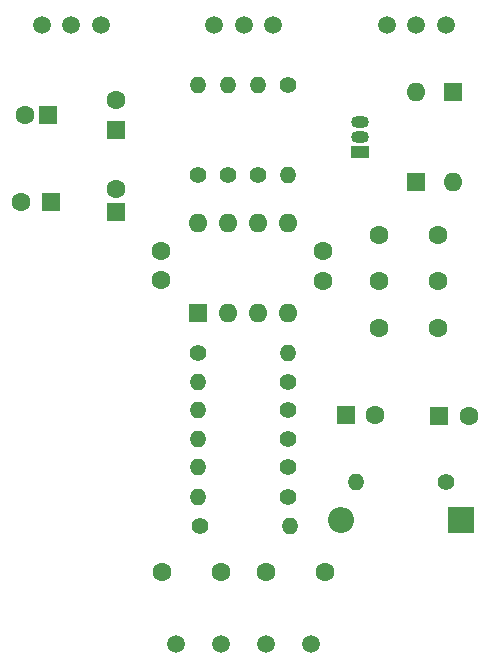
<source format=gbr>
%TF.GenerationSoftware,KiCad,Pcbnew,8.0.7*%
%TF.CreationDate,2025-03-23T16:44:47+13:00*%
%TF.ProjectId,ProCo Rat,50726f43-6f20-4526-9174-2e6b69636164,rev?*%
%TF.SameCoordinates,Original*%
%TF.FileFunction,Soldermask,Bot*%
%TF.FilePolarity,Negative*%
%FSLAX46Y46*%
G04 Gerber Fmt 4.6, Leading zero omitted, Abs format (unit mm)*
G04 Created by KiCad (PCBNEW 8.0.7) date 2025-03-23 16:44:47*
%MOMM*%
%LPD*%
G01*
G04 APERTURE LIST*
%ADD10C,1.400000*%
%ADD11O,1.400000X1.400000*%
%ADD12C,1.600000*%
%ADD13R,2.200000X2.200000*%
%ADD14O,2.200000X2.200000*%
%ADD15C,1.500000*%
%ADD16R,1.600000X1.600000*%
%ADD17O,1.600000X1.600000*%
%ADD18R,1.500000X1.050000*%
%ADD19O,1.500000X1.050000*%
G04 APERTURE END LIST*
D10*
%TO.C,1K*%
X140970000Y-58420000D03*
D11*
X140970000Y-50800000D03*
%TD*%
D12*
%TO.C,22n*%
X156210000Y-63500000D03*
X151210000Y-63500000D03*
%TD*%
%TO.C,3.3n*%
X156170000Y-67437000D03*
X151170000Y-67437000D03*
%TD*%
D10*
%TO.C,100K*%
X143510000Y-85725000D03*
D11*
X135890000Y-85725000D03*
%TD*%
D12*
%TO.C,33p*%
X132760000Y-67377000D03*
X132760000Y-64877000D03*
%TD*%
D13*
%TO.C,5817*%
X158115000Y-87630000D03*
D14*
X147955000Y-87630000D03*
%TD*%
D10*
%TO.C,1M*%
X143510000Y-80772000D03*
D11*
X135890000Y-80772000D03*
%TD*%
D15*
%TO.C,Volume*%
X137240000Y-45720000D03*
X139740000Y-45720000D03*
X142240000Y-45720000D03*
%TD*%
D16*
%TO.C,100u*%
X156297621Y-78867000D03*
D12*
X158797621Y-78867000D03*
%TD*%
D10*
%TO.C,1.5K*%
X143510000Y-50800000D03*
D11*
X143510000Y-58420000D03*
%TD*%
D15*
%TO.C,9V*%
X141605000Y-98171000D03*
%TD*%
D12*
%TO.C,22n*%
X137795000Y-92075000D03*
X132795000Y-92075000D03*
%TD*%
%TO.C,100n*%
X141605000Y-92075000D03*
X146605000Y-92075000D03*
%TD*%
D16*
%TO.C,OP07*%
X135890000Y-70104000D03*
D17*
X138430000Y-70104000D03*
X140970000Y-70104000D03*
X143510000Y-70104000D03*
X143510000Y-62484000D03*
X140970000Y-62484000D03*
X138430000Y-62484000D03*
X135890000Y-62484000D03*
%TD*%
D12*
%TO.C,1n*%
X156170000Y-71374000D03*
X151170000Y-71374000D03*
%TD*%
D15*
%TO.C,Tone*%
X122635000Y-45720000D03*
X125135000Y-45720000D03*
X127635000Y-45720000D03*
%TD*%
D16*
%TO.C,4.7u*%
X128905000Y-61595000D03*
D12*
X128905000Y-59595000D03*
%TD*%
D10*
%TO.C,510R*%
X143510000Y-75946000D03*
D11*
X135890000Y-75946000D03*
%TD*%
D16*
%TO.C,914*%
X154284000Y-59055000D03*
D17*
X154284000Y-51435000D03*
%TD*%
D15*
%TO.C,In*%
X133985000Y-98171000D03*
%TD*%
D12*
%TO.C,100p*%
X146431000Y-64897000D03*
X146431000Y-67397000D03*
%TD*%
D15*
%TO.C,GND*%
X145415000Y-98171000D03*
%TD*%
D10*
%TO.C,1M*%
X138430000Y-58420000D03*
D11*
X138430000Y-50800000D03*
%TD*%
D10*
%TO.C,1K*%
X135890000Y-73533000D03*
D11*
X143510000Y-73533000D03*
%TD*%
D10*
%TO.C,10K*%
X135890000Y-58420000D03*
D11*
X135890000Y-50800000D03*
%TD*%
D10*
%TO.C,100R*%
X156845000Y-84455000D03*
D11*
X149225000Y-84455000D03*
%TD*%
D10*
%TO.C,51R*%
X143510000Y-78359000D03*
D11*
X135890000Y-78359000D03*
%TD*%
D10*
%TO.C,100K*%
X143510000Y-83185000D03*
D11*
X135890000Y-83185000D03*
%TD*%
D16*
%TO.C,914*%
X157459000Y-51435000D03*
D17*
X157459000Y-59055000D03*
%TD*%
D15*
%TO.C,Gain*%
X151845000Y-45720000D03*
X154345000Y-45720000D03*
X156845000Y-45720000D03*
%TD*%
D10*
%TO.C,1M*%
X136017000Y-88138000D03*
D11*
X143637000Y-88138000D03*
%TD*%
D16*
%TO.C,1u*%
X148376000Y-78740000D03*
D12*
X150876000Y-78740000D03*
%TD*%
D16*
%TO.C,4.7u*%
X123190000Y-53340000D03*
D12*
X121190000Y-53340000D03*
%TD*%
D16*
%TO.C,1u*%
X128905000Y-54610000D03*
D12*
X128905000Y-52110000D03*
%TD*%
D15*
%TO.C,Out*%
X137795000Y-98171000D03*
%TD*%
D18*
%TO.C,5458*%
X149585000Y-56515000D03*
D19*
X149585000Y-55245000D03*
X149585000Y-53975000D03*
%TD*%
D16*
%TO.C,2.2u*%
X123379113Y-60706000D03*
D12*
X120879113Y-60706000D03*
%TD*%
M02*

</source>
